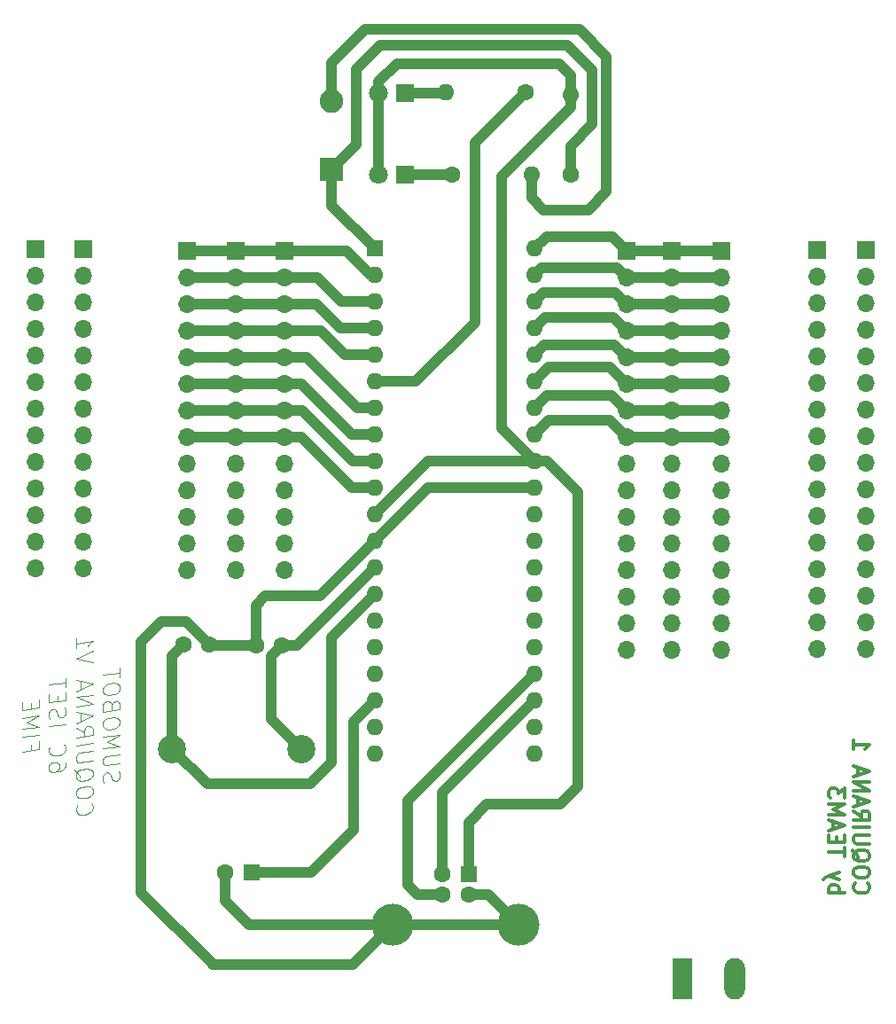
<source format=gbr>
%TF.GenerationSoftware,KiCad,Pcbnew,8.0.8*%
%TF.CreationDate,2025-04-11T19:44:07-06:00*%
%TF.ProjectId,Coquirana1,436f7175-6972-4616-9e61-312e6b696361,rev?*%
%TF.SameCoordinates,Original*%
%TF.FileFunction,Copper,L2,Bot*%
%TF.FilePolarity,Positive*%
%FSLAX46Y46*%
G04 Gerber Fmt 4.6, Leading zero omitted, Abs format (unit mm)*
G04 Created by KiCad (PCBNEW 8.0.8) date 2025-04-11 19:44:07*
%MOMM*%
%LPD*%
G01*
G04 APERTURE LIST*
%ADD10C,0.125000*%
%TA.AperFunction,NonConductor*%
%ADD11C,0.125000*%
%TD*%
%ADD12C,0.300000*%
%TA.AperFunction,NonConductor*%
%ADD13C,0.300000*%
%TD*%
%TA.AperFunction,ComponentPad*%
%ADD14R,1.600000X1.600000*%
%TD*%
%TA.AperFunction,ComponentPad*%
%ADD15C,1.600000*%
%TD*%
%TA.AperFunction,ComponentPad*%
%ADD16C,4.000000*%
%TD*%
%TA.AperFunction,ComponentPad*%
%ADD17O,1.600000X1.600000*%
%TD*%
%TA.AperFunction,ComponentPad*%
%ADD18R,1.700000X1.700000*%
%TD*%
%TA.AperFunction,ComponentPad*%
%ADD19O,1.700000X1.700000*%
%TD*%
%TA.AperFunction,ComponentPad*%
%ADD20R,2.250000X2.250000*%
%TD*%
%TA.AperFunction,ComponentPad*%
%ADD21C,2.250000*%
%TD*%
%TA.AperFunction,ComponentPad*%
%ADD22R,1.800000X1.800000*%
%TD*%
%TA.AperFunction,ComponentPad*%
%ADD23C,1.800000*%
%TD*%
%TA.AperFunction,ComponentPad*%
%ADD24R,1.980000X3.960000*%
%TD*%
%TA.AperFunction,ComponentPad*%
%ADD25O,1.980000X3.960000*%
%TD*%
%TA.AperFunction,ComponentPad*%
%ADD26C,2.700000*%
%TD*%
%TA.AperFunction,Conductor*%
%ADD27C,1.000000*%
%TD*%
%TA.AperFunction,Conductor*%
%ADD28C,0.200000*%
%TD*%
G04 APERTURE END LIST*
D10*
D11*
X115856230Y-115945237D02*
X115780039Y-115726189D01*
X115780039Y-115726189D02*
X115780039Y-115345237D01*
X115780039Y-115345237D02*
X115856230Y-115183332D01*
X115856230Y-115183332D02*
X115932420Y-115097618D01*
X115932420Y-115097618D02*
X116084801Y-115002379D01*
X116084801Y-115002379D02*
X116237182Y-114983332D01*
X116237182Y-114983332D02*
X116389563Y-115040475D01*
X116389563Y-115040475D02*
X116465753Y-115107141D01*
X116465753Y-115107141D02*
X116541944Y-115249999D01*
X116541944Y-115249999D02*
X116618134Y-115545237D01*
X116618134Y-115545237D02*
X116694325Y-115688094D01*
X116694325Y-115688094D02*
X116770515Y-115754760D01*
X116770515Y-115754760D02*
X116922896Y-115811903D01*
X116922896Y-115811903D02*
X117075277Y-115792856D01*
X117075277Y-115792856D02*
X117227658Y-115697618D01*
X117227658Y-115697618D02*
X117303849Y-115611903D01*
X117303849Y-115611903D02*
X117380039Y-115449999D01*
X117380039Y-115449999D02*
X117380039Y-115069046D01*
X117380039Y-115069046D02*
X117303849Y-114849999D01*
X117380039Y-114154760D02*
X116084801Y-114316665D01*
X116084801Y-114316665D02*
X115932420Y-114259522D01*
X115932420Y-114259522D02*
X115856230Y-114192855D01*
X115856230Y-114192855D02*
X115780039Y-114049998D01*
X115780039Y-114049998D02*
X115780039Y-113745236D01*
X115780039Y-113745236D02*
X115856230Y-113583331D01*
X115856230Y-113583331D02*
X115932420Y-113497617D01*
X115932420Y-113497617D02*
X116084801Y-113402379D01*
X116084801Y-113402379D02*
X117380039Y-113240474D01*
X115780039Y-112678570D02*
X117380039Y-112478570D01*
X117380039Y-112478570D02*
X116237182Y-112088094D01*
X116237182Y-112088094D02*
X117380039Y-111411903D01*
X117380039Y-111411903D02*
X115780039Y-111611903D01*
X117380039Y-110345237D02*
X117380039Y-110040475D01*
X117380039Y-110040475D02*
X117303849Y-109897618D01*
X117303849Y-109897618D02*
X117151468Y-109764285D01*
X117151468Y-109764285D02*
X116846706Y-109726189D01*
X116846706Y-109726189D02*
X116313372Y-109792856D01*
X116313372Y-109792856D02*
X116008610Y-109907142D01*
X116008610Y-109907142D02*
X115856230Y-110078570D01*
X115856230Y-110078570D02*
X115780039Y-110240475D01*
X115780039Y-110240475D02*
X115780039Y-110545237D01*
X115780039Y-110545237D02*
X115856230Y-110688094D01*
X115856230Y-110688094D02*
X116008610Y-110821428D01*
X116008610Y-110821428D02*
X116313372Y-110859523D01*
X116313372Y-110859523D02*
X116846706Y-110792856D01*
X116846706Y-110792856D02*
X117151468Y-110678570D01*
X117151468Y-110678570D02*
X117303849Y-110507142D01*
X117303849Y-110507142D02*
X117380039Y-110345237D01*
X116618134Y-108535714D02*
X116541944Y-108316666D01*
X116541944Y-108316666D02*
X116465753Y-108249999D01*
X116465753Y-108249999D02*
X116313372Y-108192857D01*
X116313372Y-108192857D02*
X116084801Y-108221428D01*
X116084801Y-108221428D02*
X115932420Y-108316666D01*
X115932420Y-108316666D02*
X115856230Y-108402380D01*
X115856230Y-108402380D02*
X115780039Y-108564285D01*
X115780039Y-108564285D02*
X115780039Y-109173809D01*
X115780039Y-109173809D02*
X117380039Y-108973809D01*
X117380039Y-108973809D02*
X117380039Y-108440476D01*
X117380039Y-108440476D02*
X117303849Y-108297618D01*
X117303849Y-108297618D02*
X117227658Y-108230952D01*
X117227658Y-108230952D02*
X117075277Y-108173809D01*
X117075277Y-108173809D02*
X116922896Y-108192857D01*
X116922896Y-108192857D02*
X116770515Y-108288095D01*
X116770515Y-108288095D02*
X116694325Y-108373809D01*
X116694325Y-108373809D02*
X116618134Y-108535714D01*
X116618134Y-108535714D02*
X116618134Y-109069047D01*
X117380039Y-107069047D02*
X117380039Y-106764285D01*
X117380039Y-106764285D02*
X117303849Y-106621428D01*
X117303849Y-106621428D02*
X117151468Y-106488095D01*
X117151468Y-106488095D02*
X116846706Y-106449999D01*
X116846706Y-106449999D02*
X116313372Y-106516666D01*
X116313372Y-106516666D02*
X116008610Y-106630952D01*
X116008610Y-106630952D02*
X115856230Y-106802380D01*
X115856230Y-106802380D02*
X115780039Y-106964285D01*
X115780039Y-106964285D02*
X115780039Y-107269047D01*
X115780039Y-107269047D02*
X115856230Y-107411904D01*
X115856230Y-107411904D02*
X116008610Y-107545238D01*
X116008610Y-107545238D02*
X116313372Y-107583333D01*
X116313372Y-107583333D02*
X116846706Y-107516666D01*
X116846706Y-107516666D02*
X117151468Y-107402380D01*
X117151468Y-107402380D02*
X117303849Y-107230952D01*
X117303849Y-107230952D02*
X117380039Y-107069047D01*
X117380039Y-105926190D02*
X117380039Y-105011905D01*
X115780039Y-105669048D02*
X117380039Y-105469048D01*
X113356510Y-118107143D02*
X113280320Y-118192857D01*
X113280320Y-118192857D02*
X113204129Y-118430952D01*
X113204129Y-118430952D02*
X113204129Y-118583333D01*
X113204129Y-118583333D02*
X113280320Y-118802381D01*
X113280320Y-118802381D02*
X113432700Y-118935714D01*
X113432700Y-118935714D02*
X113585081Y-118992857D01*
X113585081Y-118992857D02*
X113889843Y-119030952D01*
X113889843Y-119030952D02*
X114118415Y-119002381D01*
X114118415Y-119002381D02*
X114423177Y-118888095D01*
X114423177Y-118888095D02*
X114575558Y-118792857D01*
X114575558Y-118792857D02*
X114727939Y-118621428D01*
X114727939Y-118621428D02*
X114804129Y-118383333D01*
X114804129Y-118383333D02*
X114804129Y-118230952D01*
X114804129Y-118230952D02*
X114727939Y-118011905D01*
X114727939Y-118011905D02*
X114651748Y-117945238D01*
X114804129Y-116935714D02*
X114804129Y-116630952D01*
X114804129Y-116630952D02*
X114727939Y-116488095D01*
X114727939Y-116488095D02*
X114575558Y-116354762D01*
X114575558Y-116354762D02*
X114270796Y-116316666D01*
X114270796Y-116316666D02*
X113737462Y-116383333D01*
X113737462Y-116383333D02*
X113432700Y-116497619D01*
X113432700Y-116497619D02*
X113280320Y-116669047D01*
X113280320Y-116669047D02*
X113204129Y-116830952D01*
X113204129Y-116830952D02*
X113204129Y-117135714D01*
X113204129Y-117135714D02*
X113280320Y-117278571D01*
X113280320Y-117278571D02*
X113432700Y-117411905D01*
X113432700Y-117411905D02*
X113737462Y-117450000D01*
X113737462Y-117450000D02*
X114270796Y-117383333D01*
X114270796Y-117383333D02*
X114575558Y-117269047D01*
X114575558Y-117269047D02*
X114727939Y-117097619D01*
X114727939Y-117097619D02*
X114804129Y-116935714D01*
X113051748Y-114716667D02*
X113127939Y-114859524D01*
X113127939Y-114859524D02*
X113280320Y-114992857D01*
X113280320Y-114992857D02*
X113508891Y-115192857D01*
X113508891Y-115192857D02*
X113585081Y-115335715D01*
X113585081Y-115335715D02*
X113585081Y-115488095D01*
X113204129Y-115459524D02*
X113280320Y-115602381D01*
X113280320Y-115602381D02*
X113432700Y-115735715D01*
X113432700Y-115735715D02*
X113737462Y-115773810D01*
X113737462Y-115773810D02*
X114270796Y-115707143D01*
X114270796Y-115707143D02*
X114575558Y-115592857D01*
X114575558Y-115592857D02*
X114727939Y-115421429D01*
X114727939Y-115421429D02*
X114804129Y-115259524D01*
X114804129Y-115259524D02*
X114804129Y-114954762D01*
X114804129Y-114954762D02*
X114727939Y-114811905D01*
X114727939Y-114811905D02*
X114575558Y-114678572D01*
X114575558Y-114678572D02*
X114270796Y-114640476D01*
X114270796Y-114640476D02*
X113737462Y-114707143D01*
X113737462Y-114707143D02*
X113432700Y-114821429D01*
X113432700Y-114821429D02*
X113280320Y-114992857D01*
X113280320Y-114992857D02*
X113204129Y-115154762D01*
X113204129Y-115154762D02*
X113204129Y-115459524D01*
X114804129Y-113888096D02*
X113508891Y-114050001D01*
X113508891Y-114050001D02*
X113356510Y-113992858D01*
X113356510Y-113992858D02*
X113280320Y-113926191D01*
X113280320Y-113926191D02*
X113204129Y-113783334D01*
X113204129Y-113783334D02*
X113204129Y-113478572D01*
X113204129Y-113478572D02*
X113280320Y-113316667D01*
X113280320Y-113316667D02*
X113356510Y-113230953D01*
X113356510Y-113230953D02*
X113508891Y-113135715D01*
X113508891Y-113135715D02*
X114804129Y-112973810D01*
X113204129Y-112411906D02*
X114804129Y-112211906D01*
X113204129Y-110735715D02*
X113966034Y-111173810D01*
X113204129Y-111650001D02*
X114804129Y-111450001D01*
X114804129Y-111450001D02*
X114804129Y-110840477D01*
X114804129Y-110840477D02*
X114727939Y-110697620D01*
X114727939Y-110697620D02*
X114651748Y-110630953D01*
X114651748Y-110630953D02*
X114499367Y-110573810D01*
X114499367Y-110573810D02*
X114270796Y-110602382D01*
X114270796Y-110602382D02*
X114118415Y-110697620D01*
X114118415Y-110697620D02*
X114042224Y-110783334D01*
X114042224Y-110783334D02*
X113966034Y-110945239D01*
X113966034Y-110945239D02*
X113966034Y-111554763D01*
X113661272Y-110069049D02*
X113661272Y-109307144D01*
X113204129Y-110278572D02*
X114804129Y-109545239D01*
X114804129Y-109545239D02*
X113204129Y-109211906D01*
X113204129Y-108678572D02*
X114804129Y-108478572D01*
X114804129Y-108478572D02*
X113204129Y-107764286D01*
X113204129Y-107764286D02*
X114804129Y-107564286D01*
X113661272Y-107021430D02*
X113661272Y-106259525D01*
X113204129Y-107230953D02*
X114804129Y-106497620D01*
X114804129Y-106497620D02*
X113204129Y-106164287D01*
X114804129Y-104440476D02*
X113204129Y-104107143D01*
X113204129Y-104107143D02*
X114804129Y-103373810D01*
X113204129Y-102202381D02*
X113204129Y-103116666D01*
X113204129Y-102659524D02*
X114804129Y-102459524D01*
X114804129Y-102459524D02*
X114575558Y-102640476D01*
X114575558Y-102640476D02*
X114423177Y-102811905D01*
X114423177Y-102811905D02*
X114346986Y-102973809D01*
X112228219Y-114040477D02*
X112228219Y-114345239D01*
X112228219Y-114345239D02*
X112152029Y-114507143D01*
X112152029Y-114507143D02*
X112075838Y-114592858D01*
X112075838Y-114592858D02*
X111847267Y-114773810D01*
X111847267Y-114773810D02*
X111542505Y-114888096D01*
X111542505Y-114888096D02*
X110932981Y-114964286D01*
X110932981Y-114964286D02*
X110780600Y-114907143D01*
X110780600Y-114907143D02*
X110704410Y-114840477D01*
X110704410Y-114840477D02*
X110628219Y-114697620D01*
X110628219Y-114697620D02*
X110628219Y-114392858D01*
X110628219Y-114392858D02*
X110704410Y-114230953D01*
X110704410Y-114230953D02*
X110780600Y-114145239D01*
X110780600Y-114145239D02*
X110932981Y-114050000D01*
X110932981Y-114050000D02*
X111313933Y-114002381D01*
X111313933Y-114002381D02*
X111466314Y-114059524D01*
X111466314Y-114059524D02*
X111542505Y-114126191D01*
X111542505Y-114126191D02*
X111618695Y-114269048D01*
X111618695Y-114269048D02*
X111618695Y-114573810D01*
X111618695Y-114573810D02*
X111542505Y-114735715D01*
X111542505Y-114735715D02*
X111466314Y-114821429D01*
X111466314Y-114821429D02*
X111313933Y-114916667D01*
X110780600Y-112469048D02*
X110704410Y-112554762D01*
X110704410Y-112554762D02*
X110628219Y-112792857D01*
X110628219Y-112792857D02*
X110628219Y-112945238D01*
X110628219Y-112945238D02*
X110704410Y-113164286D01*
X110704410Y-113164286D02*
X110856790Y-113297619D01*
X110856790Y-113297619D02*
X111009171Y-113354762D01*
X111009171Y-113354762D02*
X111313933Y-113392857D01*
X111313933Y-113392857D02*
X111542505Y-113364286D01*
X111542505Y-113364286D02*
X111847267Y-113250000D01*
X111847267Y-113250000D02*
X111999648Y-113154762D01*
X111999648Y-113154762D02*
X112152029Y-112983333D01*
X112152029Y-112983333D02*
X112228219Y-112745238D01*
X112228219Y-112745238D02*
X112228219Y-112592857D01*
X112228219Y-112592857D02*
X112152029Y-112373810D01*
X112152029Y-112373810D02*
X112075838Y-112307143D01*
X110628219Y-110583333D02*
X112228219Y-110383333D01*
X110704410Y-109888095D02*
X110628219Y-109669047D01*
X110628219Y-109669047D02*
X110628219Y-109288095D01*
X110628219Y-109288095D02*
X110704410Y-109126190D01*
X110704410Y-109126190D02*
X110780600Y-109040476D01*
X110780600Y-109040476D02*
X110932981Y-108945237D01*
X110932981Y-108945237D02*
X111085362Y-108926190D01*
X111085362Y-108926190D02*
X111237743Y-108983333D01*
X111237743Y-108983333D02*
X111313933Y-109049999D01*
X111313933Y-109049999D02*
X111390124Y-109192857D01*
X111390124Y-109192857D02*
X111466314Y-109488095D01*
X111466314Y-109488095D02*
X111542505Y-109630952D01*
X111542505Y-109630952D02*
X111618695Y-109697618D01*
X111618695Y-109697618D02*
X111771076Y-109754761D01*
X111771076Y-109754761D02*
X111923457Y-109735714D01*
X111923457Y-109735714D02*
X112075838Y-109640476D01*
X112075838Y-109640476D02*
X112152029Y-109554761D01*
X112152029Y-109554761D02*
X112228219Y-109392857D01*
X112228219Y-109392857D02*
X112228219Y-109011904D01*
X112228219Y-109011904D02*
X112152029Y-108792857D01*
X111466314Y-108192856D02*
X111466314Y-107659523D01*
X110628219Y-107535713D02*
X110628219Y-108297618D01*
X110628219Y-108297618D02*
X112228219Y-108097618D01*
X112228219Y-108097618D02*
X112228219Y-107335713D01*
X112228219Y-106878570D02*
X112228219Y-105964285D01*
X110628219Y-106621428D02*
X112228219Y-106421428D01*
X108890404Y-112345238D02*
X108890404Y-112878571D01*
X108052309Y-112983333D02*
X109652309Y-112783333D01*
X109652309Y-112783333D02*
X109652309Y-112021428D01*
X108052309Y-111611904D02*
X109652309Y-111411904D01*
X108052309Y-110849999D02*
X109652309Y-110649999D01*
X109652309Y-110649999D02*
X108509452Y-110259523D01*
X108509452Y-110259523D02*
X109652309Y-109583332D01*
X109652309Y-109583332D02*
X108052309Y-109783332D01*
X108890404Y-108916666D02*
X108890404Y-108383333D01*
X108052309Y-108259523D02*
X108052309Y-109021428D01*
X108052309Y-109021428D02*
X109652309Y-108821428D01*
X109652309Y-108821428D02*
X109652309Y-108059523D01*
D12*
D13*
X187656944Y-125588346D02*
X187585516Y-125659774D01*
X187585516Y-125659774D02*
X187514087Y-125874060D01*
X187514087Y-125874060D02*
X187514087Y-126016917D01*
X187514087Y-126016917D02*
X187585516Y-126231203D01*
X187585516Y-126231203D02*
X187728373Y-126374060D01*
X187728373Y-126374060D02*
X187871230Y-126445489D01*
X187871230Y-126445489D02*
X188156944Y-126516917D01*
X188156944Y-126516917D02*
X188371230Y-126516917D01*
X188371230Y-126516917D02*
X188656944Y-126445489D01*
X188656944Y-126445489D02*
X188799801Y-126374060D01*
X188799801Y-126374060D02*
X188942658Y-126231203D01*
X188942658Y-126231203D02*
X189014087Y-126016917D01*
X189014087Y-126016917D02*
X189014087Y-125874060D01*
X189014087Y-125874060D02*
X188942658Y-125659774D01*
X188942658Y-125659774D02*
X188871230Y-125588346D01*
X189014087Y-124659774D02*
X189014087Y-124374060D01*
X189014087Y-124374060D02*
X188942658Y-124231203D01*
X188942658Y-124231203D02*
X188799801Y-124088346D01*
X188799801Y-124088346D02*
X188514087Y-124016917D01*
X188514087Y-124016917D02*
X188014087Y-124016917D01*
X188014087Y-124016917D02*
X187728373Y-124088346D01*
X187728373Y-124088346D02*
X187585516Y-124231203D01*
X187585516Y-124231203D02*
X187514087Y-124374060D01*
X187514087Y-124374060D02*
X187514087Y-124659774D01*
X187514087Y-124659774D02*
X187585516Y-124802632D01*
X187585516Y-124802632D02*
X187728373Y-124945489D01*
X187728373Y-124945489D02*
X188014087Y-125016917D01*
X188014087Y-125016917D02*
X188514087Y-125016917D01*
X188514087Y-125016917D02*
X188799801Y-124945489D01*
X188799801Y-124945489D02*
X188942658Y-124802632D01*
X188942658Y-124802632D02*
X189014087Y-124659774D01*
X187371230Y-122374060D02*
X187442658Y-122516917D01*
X187442658Y-122516917D02*
X187585516Y-122659774D01*
X187585516Y-122659774D02*
X187799801Y-122874060D01*
X187799801Y-122874060D02*
X187871230Y-123016917D01*
X187871230Y-123016917D02*
X187871230Y-123159774D01*
X187514087Y-123088345D02*
X187585516Y-123231203D01*
X187585516Y-123231203D02*
X187728373Y-123374060D01*
X187728373Y-123374060D02*
X188014087Y-123445488D01*
X188014087Y-123445488D02*
X188514087Y-123445488D01*
X188514087Y-123445488D02*
X188799801Y-123374060D01*
X188799801Y-123374060D02*
X188942658Y-123231203D01*
X188942658Y-123231203D02*
X189014087Y-123088345D01*
X189014087Y-123088345D02*
X189014087Y-122802631D01*
X189014087Y-122802631D02*
X188942658Y-122659774D01*
X188942658Y-122659774D02*
X188799801Y-122516917D01*
X188799801Y-122516917D02*
X188514087Y-122445488D01*
X188514087Y-122445488D02*
X188014087Y-122445488D01*
X188014087Y-122445488D02*
X187728373Y-122516917D01*
X187728373Y-122516917D02*
X187585516Y-122659774D01*
X187585516Y-122659774D02*
X187514087Y-122802631D01*
X187514087Y-122802631D02*
X187514087Y-123088345D01*
X189014087Y-121802631D02*
X187799801Y-121802631D01*
X187799801Y-121802631D02*
X187656944Y-121731202D01*
X187656944Y-121731202D02*
X187585516Y-121659774D01*
X187585516Y-121659774D02*
X187514087Y-121516916D01*
X187514087Y-121516916D02*
X187514087Y-121231202D01*
X187514087Y-121231202D02*
X187585516Y-121088345D01*
X187585516Y-121088345D02*
X187656944Y-121016916D01*
X187656944Y-121016916D02*
X187799801Y-120945488D01*
X187799801Y-120945488D02*
X189014087Y-120945488D01*
X187514087Y-120231202D02*
X189014087Y-120231202D01*
X187514087Y-118659773D02*
X188228373Y-119159773D01*
X187514087Y-119516916D02*
X189014087Y-119516916D01*
X189014087Y-119516916D02*
X189014087Y-118945487D01*
X189014087Y-118945487D02*
X188942658Y-118802630D01*
X188942658Y-118802630D02*
X188871230Y-118731201D01*
X188871230Y-118731201D02*
X188728373Y-118659773D01*
X188728373Y-118659773D02*
X188514087Y-118659773D01*
X188514087Y-118659773D02*
X188371230Y-118731201D01*
X188371230Y-118731201D02*
X188299801Y-118802630D01*
X188299801Y-118802630D02*
X188228373Y-118945487D01*
X188228373Y-118945487D02*
X188228373Y-119516916D01*
X187942658Y-118088344D02*
X187942658Y-117374059D01*
X187514087Y-118231201D02*
X189014087Y-117731201D01*
X189014087Y-117731201D02*
X187514087Y-117231201D01*
X187514087Y-116731202D02*
X189014087Y-116731202D01*
X189014087Y-116731202D02*
X187514087Y-115874059D01*
X187514087Y-115874059D02*
X189014087Y-115874059D01*
X187942658Y-115231201D02*
X187942658Y-114516916D01*
X187514087Y-115374058D02*
X189014087Y-114874058D01*
X189014087Y-114874058D02*
X187514087Y-114374058D01*
X187514087Y-111945487D02*
X187514087Y-112802630D01*
X187514087Y-112374059D02*
X189014087Y-112374059D01*
X189014087Y-112374059D02*
X188799801Y-112516916D01*
X188799801Y-112516916D02*
X188656944Y-112659773D01*
X188656944Y-112659773D02*
X188585516Y-112802630D01*
X185099171Y-126445489D02*
X186599171Y-126445489D01*
X186027742Y-126445489D02*
X186099171Y-126302632D01*
X186099171Y-126302632D02*
X186099171Y-126016917D01*
X186099171Y-126016917D02*
X186027742Y-125874060D01*
X186027742Y-125874060D02*
X185956314Y-125802632D01*
X185956314Y-125802632D02*
X185813457Y-125731203D01*
X185813457Y-125731203D02*
X185384885Y-125731203D01*
X185384885Y-125731203D02*
X185242028Y-125802632D01*
X185242028Y-125802632D02*
X185170600Y-125874060D01*
X185170600Y-125874060D02*
X185099171Y-126016917D01*
X185099171Y-126016917D02*
X185099171Y-126302632D01*
X185099171Y-126302632D02*
X185170600Y-126445489D01*
X186099171Y-125231203D02*
X185099171Y-124874060D01*
X186099171Y-124516917D02*
X185099171Y-124874060D01*
X185099171Y-124874060D02*
X184742028Y-125016917D01*
X184742028Y-125016917D02*
X184670600Y-125088346D01*
X184670600Y-125088346D02*
X184599171Y-125231203D01*
X186599171Y-123016917D02*
X186599171Y-122159775D01*
X185099171Y-122588346D02*
X186599171Y-122588346D01*
X185884885Y-121659775D02*
X185884885Y-121159775D01*
X185099171Y-120945489D02*
X185099171Y-121659775D01*
X185099171Y-121659775D02*
X186599171Y-121659775D01*
X186599171Y-121659775D02*
X186599171Y-120945489D01*
X185527742Y-120374060D02*
X185527742Y-119659775D01*
X185099171Y-120516917D02*
X186599171Y-120016917D01*
X186599171Y-120016917D02*
X185099171Y-119516917D01*
X185099171Y-119016918D02*
X186599171Y-119016918D01*
X186599171Y-119016918D02*
X185527742Y-118516918D01*
X185527742Y-118516918D02*
X186599171Y-118016918D01*
X186599171Y-118016918D02*
X185099171Y-118016918D01*
X186599171Y-117445489D02*
X186599171Y-116516917D01*
X186599171Y-116516917D02*
X186027742Y-117016917D01*
X186027742Y-117016917D02*
X186027742Y-116802632D01*
X186027742Y-116802632D02*
X185956314Y-116659775D01*
X185956314Y-116659775D02*
X185884885Y-116588346D01*
X185884885Y-116588346D02*
X185742028Y-116516917D01*
X185742028Y-116516917D02*
X185384885Y-116516917D01*
X185384885Y-116516917D02*
X185242028Y-116588346D01*
X185242028Y-116588346D02*
X185170600Y-116659775D01*
X185170600Y-116659775D02*
X185099171Y-116802632D01*
X185099171Y-116802632D02*
X185099171Y-117231203D01*
X185099171Y-117231203D02*
X185170600Y-117374060D01*
X185170600Y-117374060D02*
X185242028Y-117445489D01*
D14*
%TO.P,J1,1,VBUS*%
%TO.N,VCC*%
X150700000Y-124690000D03*
D15*
%TO.P,J1,2,D-*%
%TO.N,Net-(J1-D-)*%
X148200000Y-124690000D03*
%TO.P,J1,3,D+*%
%TO.N,Net-(J1-D+)*%
X148200000Y-126690000D03*
%TO.P,J1,4,GND*%
%TO.N,Earth*%
X150700000Y-126690000D03*
D16*
%TO.P,J1,5,Shield*%
X155450000Y-129550000D03*
X143450000Y-129550000D03*
%TD*%
D15*
%TO.P,R1,1*%
%TO.N,Net-(U1-Vpp{slash}~{MCLR}{slash}RE3)*%
X160450000Y-57910000D03*
D17*
%TO.P,R1,2*%
%TO.N,VCC*%
X160450000Y-50290000D03*
%TD*%
D18*
%TO.P,J3,1,Pin_1*%
%TO.N,pin2*%
X123800000Y-65210000D03*
D19*
%TO.P,J3,2,Pin_2*%
%TO.N,pin3*%
X123800000Y-67750000D03*
%TO.P,J3,3,Pin_3*%
%TO.N,pin4*%
X123800000Y-70290000D03*
%TO.P,J3,4,Pin_4*%
%TO.N,pin5*%
X123800000Y-72830000D03*
%TO.P,J3,5,Pin_5*%
%TO.N,pin7*%
X123800000Y-75370000D03*
%TO.P,J3,6,Pin_6*%
%TO.N,pin8*%
X123800000Y-77910000D03*
%TO.P,J3,7,Pin_7*%
%TO.N,pin9*%
X123800000Y-80450000D03*
%TO.P,J3,8,Pin_8*%
%TO.N,pin10*%
X123800000Y-82990000D03*
%TO.P,J3,9,Pin_9*%
%TO.N,pin15*%
X123800000Y-85530000D03*
%TO.P,J3,10,Pin_10*%
%TO.N,pin16*%
X123800000Y-88070000D03*
%TO.P,J3,11,Pin_11*%
%TO.N,pin17*%
X123800000Y-90610000D03*
%TO.P,J3,12,Pin_12*%
%TO.N,pin20*%
X123800000Y-93150000D03*
%TO.P,J3,13,Pin_13*%
%TO.N,pin19*%
X123800000Y-95690000D03*
%TD*%
D18*
%TO.P,J9,1,Pin_1*%
%TO.N,VCC*%
X109300000Y-65050000D03*
D19*
%TO.P,J9,2,Pin_2*%
X109300000Y-67590000D03*
%TO.P,J9,3,Pin_3*%
X109300000Y-70130000D03*
%TO.P,J9,4,Pin_4*%
X109300000Y-72670000D03*
%TO.P,J9,5,Pin_5*%
X109300000Y-75210000D03*
%TO.P,J9,6,Pin_6*%
X109300000Y-77750000D03*
%TO.P,J9,7,Pin_7*%
X109300000Y-80290000D03*
%TO.P,J9,8,Pin_8*%
X109300000Y-82830000D03*
%TO.P,J9,9,Pin_9*%
X109300000Y-85370000D03*
%TO.P,J9,10,Pin_10*%
X109300000Y-87910000D03*
%TO.P,J9,11,Pin_11*%
X109300000Y-90450000D03*
%TO.P,J9,12,Pin_12*%
X109300000Y-92990000D03*
%TO.P,J9,13,Pin_13*%
X109300000Y-95530000D03*
%TD*%
D15*
%TO.P,C1,1*%
%TO.N,Earth*%
X130400000Y-102850000D03*
%TO.P,C1,2*%
%TO.N,Net-(U1-OSC1{slash}CLKI)*%
X132900000Y-102850000D03*
%TD*%
D20*
%TO.P,SW1,1,1*%
%TO.N,Net-(U1-Vpp{slash}~{MCLR}{slash}RE3)*%
X137650000Y-57350000D03*
D21*
%TO.P,SW1,2,2*%
%TO.N,Earth*%
X137650000Y-50850000D03*
%TD*%
D18*
%TO.P,J11,1,Pin_1*%
%TO.N,VCC*%
X184000000Y-65120000D03*
D19*
%TO.P,J11,2,Pin_2*%
X184000000Y-67660000D03*
%TO.P,J11,3,Pin_3*%
X184000000Y-70200000D03*
%TO.P,J11,4,Pin_4*%
X184000000Y-72740000D03*
%TO.P,J11,5,Pin_5*%
X184000000Y-75280000D03*
%TO.P,J11,6,Pin_6*%
X184000000Y-77820000D03*
%TO.P,J11,7,Pin_7*%
X184000000Y-80360000D03*
%TO.P,J11,8,Pin_8*%
X184000000Y-82900000D03*
%TO.P,J11,9,Pin_9*%
X184000000Y-85440000D03*
%TO.P,J11,10,Pin_10*%
X184000000Y-87980000D03*
%TO.P,J11,11,Pin_11*%
X184000000Y-90520000D03*
%TO.P,J11,12,Pin_12*%
X184000000Y-93060000D03*
%TO.P,J11,13,Pin_13*%
X184000000Y-95600000D03*
%TO.P,J11,14,Pin_14*%
X184000000Y-98140000D03*
%TO.P,J11,15,Pin_15*%
X184000000Y-100680000D03*
%TO.P,J11,16,Pin_16*%
X184000000Y-103220000D03*
%TD*%
D14*
%TO.P,C3,1*%
%TO.N,Net-(U1-VUSB)*%
X129982380Y-124550000D03*
D15*
%TO.P,C3,2*%
%TO.N,Earth*%
X127482380Y-124550000D03*
%TD*%
D14*
%TO.P,U1,1,Vpp/~{MCLR}/RE3*%
%TO.N,Net-(U1-Vpp{slash}~{MCLR}{slash}RE3)*%
X141760000Y-64950000D03*
D17*
%TO.P,U1,2,RA0/AN0*%
%TO.N,pin2*%
X141760000Y-67490000D03*
%TO.P,U1,3,RA1/AN1*%
%TO.N,pin3*%
X141760000Y-70030000D03*
%TO.P,U1,4,RA2/AN2/Vref-/CVref*%
%TO.N,pin4*%
X141760000Y-72570000D03*
%TO.P,U1,5,RA3/AN3/Vref+*%
%TO.N,pin5*%
X141760000Y-75110000D03*
%TO.P,U1,6,RA4/T0CKI/C1OUT/RCV*%
%TO.N,Net-(U1-RA4{slash}T0CKI{slash}C1OUT{slash}RCV)*%
X141760000Y-77650000D03*
%TO.P,U1,7,RA5/AN4/~{SS}/HLVDIN/C2OUT*%
%TO.N,pin7*%
X141760000Y-80190000D03*
%TO.P,U1,8,CK1SPP/AN5/RE0*%
%TO.N,pin8*%
X141760000Y-82730000D03*
%TO.P,U1,9,CK2SPP/AN6/RE1*%
%TO.N,pin9*%
X141760000Y-85270000D03*
%TO.P,U1,10,OESPP/AN7/RE2*%
%TO.N,pin10*%
X141760000Y-87810000D03*
%TO.P,U1,11,VDD*%
%TO.N,VCC*%
X141760000Y-90350000D03*
%TO.P,U1,12,VSS*%
%TO.N,Earth*%
X141760000Y-92890000D03*
%TO.P,U1,13,OSC1/CLKI*%
%TO.N,Net-(U1-OSC1{slash}CLKI)*%
X141760000Y-95430000D03*
%TO.P,U1,14,RA6/OSC2/CLKO*%
%TO.N,Net-(U1-RA6{slash}OSC2{slash}CLKO)*%
X141760000Y-97970000D03*
%TO.P,U1,15,T1OSO/T13CKI/RC0*%
%TO.N,pin15*%
X141760000Y-100510000D03*
%TO.P,U1,16,~{UOE}/CCP2/T1OSI/RC1*%
%TO.N,pin16*%
X141760000Y-103050000D03*
%TO.P,U1,17,P1A/CCP1/RC2*%
%TO.N,pin17*%
X141760000Y-105590000D03*
%TO.P,U1,18,VUSB*%
%TO.N,Net-(U1-VUSB)*%
X141760000Y-108130000D03*
%TO.P,U1,19,SPP0/RD0*%
%TO.N,pin19*%
X141760000Y-110670000D03*
%TO.P,U1,20,SPP1/RD1*%
%TO.N,pin20*%
X141760000Y-113210000D03*
%TO.P,U1,21,SPP2/RD2*%
%TO.N,pin21*%
X157000000Y-113210000D03*
%TO.P,U1,22,SPP3/RD3*%
%TO.N,pin22*%
X157000000Y-110670000D03*
%TO.P,U1,23,VM/D-/RC4*%
%TO.N,Net-(J1-D-)*%
X157000000Y-108130000D03*
%TO.P,U1,24,VP/D+/RC5*%
%TO.N,Net-(J1-D+)*%
X157000000Y-105590000D03*
%TO.P,U1,25,TX/CK/RC6*%
%TO.N,pin25*%
X157000000Y-103050000D03*
%TO.P,U1,26,SDO/RX/DT/RC7*%
%TO.N,pin26*%
X157000000Y-100510000D03*
%TO.P,U1,27,SPP4/RD4*%
%TO.N,pin27*%
X157000000Y-97970000D03*
%TO.P,U1,28,P1B/SPP5/RD5*%
%TO.N,pin28*%
X157000000Y-95430000D03*
%TO.P,U1,29,P1C/SPP6/RD6*%
%TO.N,pin29*%
X157000000Y-92890000D03*
%TO.P,U1,30,P1D/SPP7/RD7*%
%TO.N,pin30*%
X157000000Y-90350000D03*
%TO.P,U1,31,VSS*%
%TO.N,Earth*%
X157000000Y-87810000D03*
%TO.P,U1,32,VDD*%
%TO.N,VCC*%
X157000000Y-85270000D03*
%TO.P,U1,33,RB0/AN12/INT0/FLT0/SDI/SDA*%
%TO.N,pin33*%
X157000000Y-82730000D03*
%TO.P,U1,34,RB1/AN10/INT1/SCK/SCL*%
%TO.N,pin34*%
X157000000Y-80190000D03*
%TO.P,U1,35,RB2/AN8/INT2/VMO*%
%TO.N,pin35*%
X157000000Y-77650000D03*
%TO.P,U1,36,RB3/AN9/CCP2/VPO*%
%TO.N,pin36*%
X157000000Y-75110000D03*
%TO.P,U1,37,RB4/AN11/KBI0/CSSPP*%
%TO.N,pin37*%
X157000000Y-72570000D03*
%TO.P,U1,38,RB5/KBI1/PGM*%
%TO.N,pin38*%
X157000000Y-70030000D03*
%TO.P,U1,39,RB6/KBI2/PGC*%
%TO.N,pin39*%
X157000000Y-67490000D03*
%TO.P,U1,40,RB7/KBI3/PGD*%
%TO.N,pin40*%
X157000000Y-64950000D03*
%TD*%
D22*
%TO.P,D2,1,K*%
%TO.N,Net-(D2-K)*%
X144620000Y-57940000D03*
D23*
%TO.P,D2,2,A*%
%TO.N,VCC*%
X142080000Y-57940000D03*
%TD*%
D18*
%TO.P,J4,1,Pin_1*%
%TO.N,pin2*%
X128450000Y-65210000D03*
D19*
%TO.P,J4,2,Pin_2*%
%TO.N,pin3*%
X128450000Y-67750000D03*
%TO.P,J4,3,Pin_3*%
%TO.N,pin4*%
X128450000Y-70290000D03*
%TO.P,J4,4,Pin_4*%
%TO.N,pin5*%
X128450000Y-72830000D03*
%TO.P,J4,5,Pin_5*%
%TO.N,pin7*%
X128450000Y-75370000D03*
%TO.P,J4,6,Pin_6*%
%TO.N,pin8*%
X128450000Y-77910000D03*
%TO.P,J4,7,Pin_7*%
%TO.N,pin9*%
X128450000Y-80450000D03*
%TO.P,J4,8,Pin_8*%
%TO.N,pin10*%
X128450000Y-82990000D03*
%TO.P,J4,9,Pin_9*%
%TO.N,pin15*%
X128450000Y-85530000D03*
%TO.P,J4,10,Pin_10*%
%TO.N,pin16*%
X128450000Y-88070000D03*
%TO.P,J4,11,Pin_11*%
%TO.N,pin17*%
X128450000Y-90610000D03*
%TO.P,J4,12,Pin_12*%
%TO.N,pin20*%
X128450000Y-93150000D03*
%TO.P,J4,13,Pin_13*%
%TO.N,pin19*%
X128450000Y-95690000D03*
%TD*%
D24*
%TO.P,J2,1,Pin_1*%
%TO.N,Earth*%
X171150000Y-134700000D03*
D25*
%TO.P,J2,2,Pin_2*%
%TO.N,VCC*%
X176150000Y-134700000D03*
%TD*%
D18*
%TO.P,J6,1,Pin_1*%
%TO.N,pin40*%
X165800000Y-65150000D03*
D19*
%TO.P,J6,2,Pin_2*%
%TO.N,pin39*%
X165800000Y-67690000D03*
%TO.P,J6,3,Pin_3*%
%TO.N,pin38*%
X165800000Y-70230000D03*
%TO.P,J6,4,Pin_4*%
%TO.N,pin37*%
X165800000Y-72770000D03*
%TO.P,J6,5,Pin_5*%
%TO.N,pin36*%
X165800000Y-75310000D03*
%TO.P,J6,6,Pin_6*%
%TO.N,pin35*%
X165800000Y-77850000D03*
%TO.P,J6,7,Pin_7*%
%TO.N,pin34*%
X165800000Y-80390000D03*
%TO.P,J6,8,Pin_8*%
%TO.N,pin33*%
X165800000Y-82930000D03*
%TO.P,J6,9,Pin_9*%
%TO.N,pin30*%
X165800000Y-85470000D03*
%TO.P,J6,10,Pin_10*%
%TO.N,pin29*%
X165800000Y-88010000D03*
%TO.P,J6,11,Pin_11*%
%TO.N,pin28*%
X165800000Y-90550000D03*
%TO.P,J6,12,Pin_12*%
%TO.N,pin27*%
X165800000Y-93090000D03*
%TO.P,J6,13,Pin_13*%
%TO.N,pin26*%
X165800000Y-95630000D03*
%TO.P,J6,14,Pin_14*%
%TO.N,pin25*%
X165800000Y-98170000D03*
%TO.P,J6,15,Pin_15*%
%TO.N,pin22*%
X165800000Y-100710000D03*
%TO.P,J6,16,Pin_16*%
%TO.N,pin21*%
X165800000Y-103250000D03*
%TD*%
D22*
%TO.P,D1,1,K*%
%TO.N,Net-(D1-K)*%
X144680000Y-50090000D03*
D23*
%TO.P,D1,2,A*%
%TO.N,VCC*%
X142140000Y-50090000D03*
%TD*%
D15*
%TO.P,R2,1*%
%TO.N,Net-(U1-RA4{slash}T0CKI{slash}C1OUT{slash}RCV)*%
X156190000Y-50040000D03*
D17*
%TO.P,R2,2*%
%TO.N,Net-(D1-K)*%
X148570000Y-50040000D03*
%TD*%
D15*
%TO.P,C2,1*%
%TO.N,Net-(U1-RA6{slash}OSC2{slash}CLKO)*%
X123450000Y-102800000D03*
%TO.P,C2,2*%
%TO.N,Earth*%
X125950000Y-102800000D03*
%TD*%
D18*
%TO.P,J10,1,Pin_1*%
%TO.N,Earth*%
X113950000Y-65050000D03*
D19*
%TO.P,J10,2,Pin_2*%
X113950000Y-67590000D03*
%TO.P,J10,3,Pin_3*%
X113950000Y-70130000D03*
%TO.P,J10,4,Pin_4*%
X113950000Y-72670000D03*
%TO.P,J10,5,Pin_5*%
X113950000Y-75210000D03*
%TO.P,J10,6,Pin_6*%
X113950000Y-77750000D03*
%TO.P,J10,7,Pin_7*%
X113950000Y-80290000D03*
%TO.P,J10,8,Pin_8*%
X113950000Y-82830000D03*
%TO.P,J10,9,Pin_9*%
X113950000Y-85370000D03*
%TO.P,J10,10,Pin_10*%
X113950000Y-87910000D03*
%TO.P,J10,11,Pin_11*%
X113950000Y-90450000D03*
%TO.P,J10,12,Pin_12*%
X113950000Y-92990000D03*
%TO.P,J10,13,Pin_13*%
X113950000Y-95530000D03*
%TD*%
D15*
%TO.P,R3,1*%
%TO.N,Net-(D2-K)*%
X149100000Y-57900000D03*
D17*
%TO.P,R3,2*%
%TO.N,Earth*%
X156720000Y-57900000D03*
%TD*%
D26*
%TO.P,Y1,1,1*%
%TO.N,Net-(U1-RA6{slash}OSC2{slash}CLKO)*%
X122400000Y-112750000D03*
%TO.P,Y1,2,2*%
%TO.N,Net-(U1-OSC1{slash}CLKI)*%
X134740000Y-112750000D03*
%TD*%
D18*
%TO.P,J8,1,Pin_1*%
%TO.N,pin40*%
X174900000Y-65150000D03*
D19*
%TO.P,J8,2,Pin_2*%
%TO.N,pin39*%
X174900000Y-67690000D03*
%TO.P,J8,3,Pin_3*%
%TO.N,pin38*%
X174900000Y-70230000D03*
%TO.P,J8,4,Pin_4*%
%TO.N,pin37*%
X174900000Y-72770000D03*
%TO.P,J8,5,Pin_5*%
%TO.N,pin36*%
X174900000Y-75310000D03*
%TO.P,J8,6,Pin_6*%
%TO.N,pin35*%
X174900000Y-77850000D03*
%TO.P,J8,7,Pin_7*%
%TO.N,pin34*%
X174900000Y-80390000D03*
%TO.P,J8,8,Pin_8*%
%TO.N,pin33*%
X174900000Y-82930000D03*
%TO.P,J8,9,Pin_9*%
%TO.N,pin30*%
X174900000Y-85470000D03*
%TO.P,J8,10,Pin_10*%
%TO.N,pin29*%
X174900000Y-88010000D03*
%TO.P,J8,11,Pin_11*%
%TO.N,pin28*%
X174900000Y-90550000D03*
%TO.P,J8,12,Pin_12*%
%TO.N,pin27*%
X174900000Y-93090000D03*
%TO.P,J8,13,Pin_13*%
%TO.N,pin26*%
X174900000Y-95630000D03*
%TO.P,J8,14,Pin_14*%
%TO.N,pin25*%
X174900000Y-98170000D03*
%TO.P,J8,15,Pin_15*%
%TO.N,pin22*%
X174900000Y-100710000D03*
%TO.P,J8,16,Pin_16*%
%TO.N,pin21*%
X174900000Y-103250000D03*
%TD*%
D18*
%TO.P,J5,1,Pin_1*%
%TO.N,pin2*%
X133100000Y-65210000D03*
D19*
%TO.P,J5,2,Pin_2*%
%TO.N,pin3*%
X133100000Y-67750000D03*
%TO.P,J5,3,Pin_3*%
%TO.N,pin4*%
X133100000Y-70290000D03*
%TO.P,J5,4,Pin_4*%
%TO.N,pin5*%
X133100000Y-72830000D03*
%TO.P,J5,5,Pin_5*%
%TO.N,pin7*%
X133100000Y-75370000D03*
%TO.P,J5,6,Pin_6*%
%TO.N,pin8*%
X133100000Y-77910000D03*
%TO.P,J5,7,Pin_7*%
%TO.N,pin9*%
X133100000Y-80450000D03*
%TO.P,J5,8,Pin_8*%
%TO.N,pin10*%
X133100000Y-82990000D03*
%TO.P,J5,9,Pin_9*%
%TO.N,pin15*%
X133100000Y-85530000D03*
%TO.P,J5,10,Pin_10*%
%TO.N,pin16*%
X133100000Y-88070000D03*
%TO.P,J5,11,Pin_11*%
%TO.N,pin17*%
X133100000Y-90610000D03*
%TO.P,J5,12,Pin_12*%
%TO.N,pin20*%
X133100000Y-93150000D03*
%TO.P,J5,13,Pin_13*%
%TO.N,pin19*%
X133100000Y-95690000D03*
%TD*%
D18*
%TO.P,J7,1,Pin_1*%
%TO.N,pin40*%
X170150000Y-65150000D03*
D19*
%TO.P,J7,2,Pin_2*%
%TO.N,pin39*%
X170150000Y-67690000D03*
%TO.P,J7,3,Pin_3*%
%TO.N,pin38*%
X170150000Y-70230000D03*
%TO.P,J7,4,Pin_4*%
%TO.N,pin37*%
X170150000Y-72770000D03*
%TO.P,J7,5,Pin_5*%
%TO.N,pin36*%
X170150000Y-75310000D03*
%TO.P,J7,6,Pin_6*%
%TO.N,pin35*%
X170150000Y-77850000D03*
%TO.P,J7,7,Pin_7*%
%TO.N,pin34*%
X170150000Y-80390000D03*
%TO.P,J7,8,Pin_8*%
%TO.N,pin33*%
X170150000Y-82930000D03*
%TO.P,J7,9,Pin_9*%
%TO.N,pin30*%
X170150000Y-85470000D03*
%TO.P,J7,10,Pin_10*%
%TO.N,pin29*%
X170150000Y-88010000D03*
%TO.P,J7,11,Pin_11*%
%TO.N,pin28*%
X170150000Y-90550000D03*
%TO.P,J7,12,Pin_12*%
%TO.N,pin27*%
X170150000Y-93090000D03*
%TO.P,J7,13,Pin_13*%
%TO.N,pin26*%
X170150000Y-95630000D03*
%TO.P,J7,14,Pin_14*%
%TO.N,pin25*%
X170150000Y-98170000D03*
%TO.P,J7,15,Pin_15*%
%TO.N,pin22*%
X170150000Y-100710000D03*
%TO.P,J7,16,Pin_16*%
%TO.N,pin21*%
X170150000Y-103250000D03*
%TD*%
D18*
%TO.P,J12,1,Pin_1*%
%TO.N,Earth*%
X188650000Y-65120000D03*
D19*
%TO.P,J12,2,Pin_2*%
X188650000Y-67660000D03*
%TO.P,J12,3,Pin_3*%
X188650000Y-70200000D03*
%TO.P,J12,4,Pin_4*%
X188650000Y-72740000D03*
%TO.P,J12,5,Pin_5*%
X188650000Y-75280000D03*
%TO.P,J12,6,Pin_6*%
X188650000Y-77820000D03*
%TO.P,J12,7,Pin_7*%
X188650000Y-80360000D03*
%TO.P,J12,8,Pin_8*%
X188650000Y-82900000D03*
%TO.P,J12,9,Pin_9*%
X188650000Y-85440000D03*
%TO.P,J12,10,Pin_10*%
X188650000Y-87980000D03*
%TO.P,J12,11,Pin_11*%
X188650000Y-90520000D03*
%TO.P,J12,12,Pin_12*%
X188650000Y-93060000D03*
%TO.P,J12,13,Pin_13*%
X188650000Y-95600000D03*
%TO.P,J12,14,Pin_14*%
X188650000Y-98140000D03*
%TO.P,J12,15,Pin_15*%
X188650000Y-100680000D03*
%TO.P,J12,16,Pin_16*%
X188650000Y-103220000D03*
%TD*%
D27*
%TO.N,Earth*%
X156720000Y-60120000D02*
X156720000Y-57900000D01*
X163900000Y-59500000D02*
X162150000Y-61250000D01*
X161300000Y-44000000D02*
X163900000Y-46600000D01*
X162150000Y-61250000D02*
X157850000Y-61250000D01*
X163900000Y-46600000D02*
X163900000Y-59500000D01*
X157850000Y-61250000D02*
X156720000Y-60120000D01*
X140850000Y-44000000D02*
X161300000Y-44000000D01*
X137650000Y-47200000D02*
X140850000Y-44000000D01*
X137650000Y-50850000D02*
X137650000Y-47200000D01*
X152617500Y-126690000D02*
X150700000Y-126690000D01*
X155450000Y-129522500D02*
X152617500Y-126690000D01*
X143450000Y-129522500D02*
X155450000Y-129522500D01*
%TO.N,Net-(J1-D+)*%
X144900000Y-117690000D02*
X157000000Y-105590000D01*
X145840000Y-126690000D02*
X144900000Y-125750000D01*
X148200000Y-126690000D02*
X145840000Y-126690000D01*
X144900000Y-125750000D02*
X144900000Y-117690000D01*
%TO.N,VCC*%
X161150000Y-88250000D02*
X158170000Y-85270000D01*
X152450000Y-118050000D02*
X159450000Y-118050000D01*
X159450000Y-118050000D02*
X161150000Y-116350000D01*
X161150000Y-116350000D02*
X161150000Y-88250000D01*
X150700000Y-119800000D02*
X152450000Y-118050000D01*
X158170000Y-85270000D02*
X157000000Y-85270000D01*
X150700000Y-124690000D02*
X150700000Y-119800000D01*
%TO.N,Net-(J1-D-)*%
X148200000Y-116930000D02*
X157000000Y-108130000D01*
X148200000Y-124690000D02*
X148200000Y-116930000D01*
%TO.N,Net-(U1-OSC1{slash}CLKI)*%
X134740000Y-112750000D02*
X131900000Y-109910000D01*
X131900000Y-109910000D02*
X131900000Y-103850000D01*
X141760000Y-95430000D02*
X134340000Y-102850000D01*
X134340000Y-102850000D02*
X132900000Y-102850000D01*
X131900000Y-103850000D02*
X132900000Y-102850000D01*
%TO.N,Earth*%
X131300000Y-98150000D02*
X130400000Y-99050000D01*
X129722500Y-129522500D02*
X127482380Y-127282380D01*
X146840000Y-87810000D02*
X141760000Y-92890000D01*
X136500000Y-98150000D02*
X131300000Y-98150000D01*
X157000000Y-87810000D02*
X146840000Y-87810000D01*
X123750000Y-100600000D02*
X125950000Y-102800000D01*
X121400000Y-100600000D02*
X123750000Y-100600000D01*
D28*
X126000000Y-102850000D02*
X125950000Y-102800000D01*
X130350000Y-102800000D02*
X130400000Y-102850000D01*
D27*
X130400000Y-102850000D02*
X126000000Y-102850000D01*
X141760000Y-92890000D02*
X136500000Y-98150000D01*
X119450000Y-126450000D02*
X119450000Y-102550000D01*
X139672500Y-133300000D02*
X126300000Y-133300000D01*
X126150000Y-133150000D02*
X119450000Y-126450000D01*
X143450000Y-129522500D02*
X129722500Y-129522500D01*
X130400000Y-99050000D02*
X130400000Y-102850000D01*
X119450000Y-102550000D02*
X121400000Y-100600000D01*
X143450000Y-129522500D02*
X139672500Y-133300000D01*
X126300000Y-133300000D02*
X126150000Y-133150000D01*
X127482380Y-127282380D02*
X127482380Y-124550000D01*
%TO.N,Net-(U1-RA6{slash}OSC2{slash}CLKO)*%
X122400000Y-112750000D02*
X125750000Y-116100000D01*
X137650000Y-114000000D02*
X137650000Y-102080000D01*
X137650000Y-102080000D02*
X141760000Y-97970000D01*
X122400000Y-112750000D02*
X122400000Y-103850000D01*
X135550000Y-116100000D02*
X137650000Y-114000000D01*
X122400000Y-103850000D02*
X123450000Y-102800000D01*
X125750000Y-116100000D02*
X135550000Y-116100000D01*
%TO.N,Net-(U1-VUSB)*%
X139750000Y-110140000D02*
X141760000Y-108130000D01*
X135650000Y-124550000D02*
X139750000Y-120450000D01*
X139750000Y-120450000D02*
X139750000Y-110140000D01*
X129982380Y-124550000D02*
X135650000Y-124550000D01*
%TO.N,Net-(D1-K)*%
X144680000Y-50090000D02*
X148520000Y-50090000D01*
D28*
X148520000Y-50090000D02*
X148570000Y-50040000D01*
D27*
%TO.N,VCC*%
X160450000Y-50290000D02*
X160450000Y-48400000D01*
X143850000Y-47300000D02*
X142140000Y-49010000D01*
X160450000Y-51500000D02*
X153850000Y-58100000D01*
X160450000Y-50290000D02*
X160450000Y-51500000D01*
D28*
X142140000Y-57880000D02*
X142080000Y-57940000D01*
D27*
X160450000Y-48400000D02*
X159350000Y-47300000D01*
X159350000Y-47300000D02*
X143850000Y-47300000D01*
X142140000Y-50090000D02*
X142140000Y-57880000D01*
X157000000Y-85270000D02*
X146840000Y-85270000D01*
X153850000Y-82120000D02*
X157000000Y-85270000D01*
X146840000Y-85270000D02*
X141760000Y-90350000D01*
X153850000Y-58100000D02*
X153850000Y-82120000D01*
X142140000Y-49010000D02*
X142140000Y-50090000D01*
D28*
%TO.N,Net-(D2-K)*%
X149060000Y-57940000D02*
X149100000Y-57900000D01*
D27*
X144620000Y-57940000D02*
X149060000Y-57940000D01*
%TO.N,pin4*%
X141760000Y-72570000D02*
X138470000Y-72570000D01*
X128450000Y-70290000D02*
X123800000Y-70290000D01*
X138470000Y-72570000D02*
X136190000Y-70290000D01*
X136190000Y-70290000D02*
X133100000Y-70290000D01*
X133100000Y-70290000D02*
X128450000Y-70290000D01*
%TO.N,pin3*%
X141760000Y-70030000D02*
X138580000Y-70030000D01*
X133100000Y-67750000D02*
X128450000Y-67750000D01*
X128450000Y-67750000D02*
X123800000Y-67750000D01*
X138580000Y-70030000D02*
X136300000Y-67750000D01*
X136300000Y-67750000D02*
X133100000Y-67750000D01*
%TO.N,pin2*%
X141300000Y-67490000D02*
X141760000Y-67490000D01*
X133100000Y-65210000D02*
X128450000Y-65210000D01*
X128450000Y-65210000D02*
X123800000Y-65210000D01*
X139020000Y-65210000D02*
X141300000Y-67490000D01*
X133100000Y-65210000D02*
X139020000Y-65210000D01*
%TO.N,pin5*%
X136630000Y-72830000D02*
X133100000Y-72830000D01*
X133100000Y-72830000D02*
X128450000Y-72830000D01*
X141760000Y-75110000D02*
X138910000Y-75110000D01*
X138910000Y-75110000D02*
X136630000Y-72830000D01*
X128450000Y-72830000D02*
X123800000Y-72830000D01*
%TO.N,pin37*%
X165800000Y-72770000D02*
X170150000Y-72770000D01*
D28*
X157000000Y-72350000D02*
X157000000Y-72570000D01*
D27*
X170150000Y-72770000D02*
X174900000Y-72770000D01*
D28*
X158050000Y-71520000D02*
X158050000Y-71500000D01*
D27*
X164530000Y-71500000D02*
X165800000Y-72770000D01*
X157000000Y-72570000D02*
X158050000Y-71520000D01*
X158050000Y-71500000D02*
X164530000Y-71500000D01*
%TO.N,pin33*%
X170150000Y-82930000D02*
X174900000Y-82930000D01*
X165800000Y-82930000D02*
X170150000Y-82930000D01*
X157000000Y-82730000D02*
X158380000Y-81350000D01*
X164220000Y-81350000D02*
X165800000Y-82930000D01*
X158380000Y-81350000D02*
X164220000Y-81350000D01*
%TO.N,pin35*%
X170150000Y-77850000D02*
X174900000Y-77850000D01*
X158400000Y-76250000D02*
X164200000Y-76250000D01*
X165800000Y-77850000D02*
X170150000Y-77850000D01*
X164200000Y-76250000D02*
X165800000Y-77850000D01*
X157000000Y-77650000D02*
X158400000Y-76250000D01*
D28*
X157200000Y-77850000D02*
X157000000Y-77650000D01*
D27*
%TO.N,pin34*%
X170150000Y-80390000D02*
X174900000Y-80390000D01*
X157000000Y-80190000D02*
X158190000Y-79000000D01*
X158190000Y-79000000D02*
X164410000Y-79000000D01*
X165800000Y-80390000D02*
X170150000Y-80390000D01*
D28*
X157200000Y-80390000D02*
X157000000Y-80190000D01*
D27*
X164410000Y-79000000D02*
X165800000Y-80390000D01*
%TO.N,pin38*%
X164720000Y-69150000D02*
X165800000Y-70230000D01*
X170150000Y-70230000D02*
X174900000Y-70230000D01*
X157000000Y-70030000D02*
X157880000Y-69150000D01*
X157880000Y-69150000D02*
X164720000Y-69150000D01*
X165800000Y-70230000D02*
X170150000Y-70230000D01*
%TO.N,pin7*%
X135220000Y-75370000D02*
X133100000Y-75370000D01*
X140040000Y-80190000D02*
X135220000Y-75370000D01*
X128450000Y-75370000D02*
X123800000Y-75370000D01*
X141760000Y-80190000D02*
X140040000Y-80190000D01*
X133100000Y-75370000D02*
X128450000Y-75370000D01*
%TO.N,pin36*%
X157000000Y-75110000D02*
X157960000Y-74150000D01*
X164640000Y-74150000D02*
X165800000Y-75310000D01*
X157960000Y-74150000D02*
X164640000Y-74150000D01*
X170150000Y-75310000D02*
X174900000Y-75310000D01*
X165800000Y-75310000D02*
X170150000Y-75310000D01*
%TO.N,pin39*%
X157000000Y-67450000D02*
X157700000Y-66750000D01*
D28*
X157000000Y-67490000D02*
X157000000Y-67450000D01*
D27*
X170150000Y-67690000D02*
X174900000Y-67690000D01*
X157700000Y-66750000D02*
X164860000Y-66750000D01*
X164860000Y-66750000D02*
X165800000Y-67690000D01*
X165800000Y-67690000D02*
X170150000Y-67690000D01*
%TO.N,pin10*%
X128450000Y-82990000D02*
X123800000Y-82990000D01*
X141760000Y-87810000D02*
X139560000Y-87810000D01*
X133100000Y-82990000D02*
X128450000Y-82990000D01*
X134740000Y-82990000D02*
X133100000Y-82990000D01*
X139560000Y-87810000D02*
X134740000Y-82990000D01*
%TO.N,pin8*%
X128450000Y-77910000D02*
X123800000Y-77910000D01*
X133100000Y-77910000D02*
X128450000Y-77910000D01*
X141760000Y-82730000D02*
X139580000Y-82730000D01*
X139580000Y-82730000D02*
X134760000Y-77910000D01*
X134760000Y-77910000D02*
X133100000Y-77910000D01*
%TO.N,pin9*%
X133100000Y-80450000D02*
X128450000Y-80450000D01*
X128450000Y-80450000D02*
X123800000Y-80450000D01*
X141760000Y-85270000D02*
X139670000Y-85270000D01*
X139670000Y-85270000D02*
X134850000Y-80450000D01*
X134850000Y-80450000D02*
X133100000Y-80450000D01*
%TO.N,Net-(U1-Vpp{slash}~{MCLR}{slash}RE3)*%
X140000000Y-55000000D02*
X137650000Y-57350000D01*
X160150000Y-45550000D02*
X142300000Y-45550000D01*
X160450000Y-55150000D02*
X162550000Y-53050000D01*
X137650000Y-57350000D02*
X137650000Y-60840000D01*
X137650000Y-60840000D02*
X141760000Y-64950000D01*
X160450000Y-57910000D02*
X160450000Y-55150000D01*
X142300000Y-45550000D02*
X140000000Y-47850000D01*
X140000000Y-47850000D02*
X140000000Y-55000000D01*
X162550000Y-53050000D02*
X162550000Y-47950000D01*
X162550000Y-47950000D02*
X160150000Y-45550000D01*
%TO.N,Net-(U1-RA4{slash}T0CKI{slash}C1OUT{slash}RCV)*%
X156190000Y-50040000D02*
X151350000Y-54880000D01*
D28*
X156340000Y-49890000D02*
X156190000Y-50040000D01*
D27*
X151350000Y-72000000D02*
X145700000Y-77650000D01*
X151350000Y-54880000D02*
X151350000Y-72000000D01*
X145700000Y-77650000D02*
X141760000Y-77650000D01*
%TO.N,pin40*%
X165800000Y-65150000D02*
X170150000Y-65150000D01*
X170150000Y-65150000D02*
X174900000Y-65150000D01*
X157000000Y-64950000D02*
X158150000Y-63800000D01*
X158150000Y-63800000D02*
X164450000Y-63800000D01*
X164450000Y-63800000D02*
X165800000Y-65150000D01*
%TD*%
M02*

</source>
